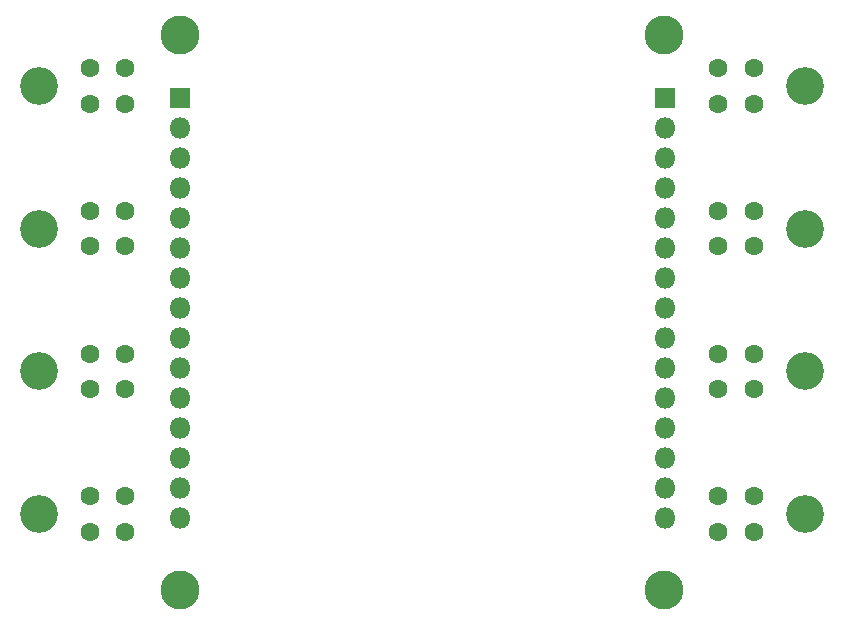
<source format=gbs>
%TF.GenerationSoftware,KiCad,Pcbnew,5.1.5+dfsg1-2build2*%
%TF.CreationDate,2021-01-07T13:01:17+01:00*%
%TF.ProjectId,LoadCellConnectionBoard,4c6f6164-4365-46c6-9c43-6f6e6e656374,rev?*%
%TF.SameCoordinates,Original*%
%TF.FileFunction,Soldermask,Bot*%
%TF.FilePolarity,Negative*%
%FSLAX46Y46*%
G04 Gerber Fmt 4.6, Leading zero omitted, Abs format (unit mm)*
G04 Created by KiCad (PCBNEW 5.1.5+dfsg1-2build2) date 2021-01-07 13:01:17*
%MOMM*%
%LPD*%
G04 APERTURE LIST*
%ADD10C,3.300000*%
%ADD11C,1.600000*%
%ADD12C,3.200000*%
%ADD13O,1.800000X1.800000*%
%ADD14R,1.800000X1.800000*%
G04 APERTURE END LIST*
D10*
X126500000Y-124500000D03*
X126500000Y-77500000D03*
X167500000Y-77500000D03*
X167500000Y-124500000D03*
D11*
X121909000Y-83360200D03*
X118909000Y-83360200D03*
X121909000Y-80360200D03*
X118909000Y-80360200D03*
D12*
X114589000Y-81860200D03*
X114589000Y-93937900D03*
D11*
X118909000Y-92437900D03*
X121909000Y-92437900D03*
X118909000Y-95437900D03*
X121909000Y-95437900D03*
X121909000Y-107515600D03*
X118909000Y-107515600D03*
X121909000Y-104515600D03*
X118909000Y-104515600D03*
D12*
X114589000Y-106015600D03*
X114589000Y-118093300D03*
D11*
X118909000Y-116593300D03*
X121909000Y-116593300D03*
X118909000Y-119593300D03*
X121909000Y-119593300D03*
X172100640Y-80360200D03*
X175100640Y-80360200D03*
X172100640Y-83360200D03*
X175100640Y-83360200D03*
D12*
X179420640Y-81860200D03*
X179420640Y-93937900D03*
D11*
X175100640Y-95437900D03*
X172100640Y-95437900D03*
X175100640Y-92437900D03*
X172100640Y-92437900D03*
X172100640Y-104515600D03*
X175100640Y-104515600D03*
X172100640Y-107515600D03*
X175100640Y-107515600D03*
D12*
X179420640Y-106015600D03*
X179420640Y-118093300D03*
D11*
X175100640Y-119593300D03*
X172100640Y-119593300D03*
X175100640Y-116593300D03*
X172100640Y-116593300D03*
D13*
X126509560Y-118415120D03*
X126509560Y-115875120D03*
X126509560Y-113335120D03*
X126509560Y-110795120D03*
X126509560Y-108255120D03*
X126509560Y-105715120D03*
X126509560Y-103175120D03*
X126509560Y-100635120D03*
X126509560Y-98095120D03*
X126509560Y-95555120D03*
X126509560Y-93015120D03*
X126509560Y-90475120D03*
X126509560Y-87935120D03*
X126509560Y-85395120D03*
D14*
X126509560Y-82855120D03*
X167550880Y-82870360D03*
D13*
X167550880Y-85410360D03*
X167550880Y-87950360D03*
X167550880Y-90490360D03*
X167550880Y-93030360D03*
X167550880Y-95570360D03*
X167550880Y-98110360D03*
X167550880Y-100650360D03*
X167550880Y-103190360D03*
X167550880Y-105730360D03*
X167550880Y-108270360D03*
X167550880Y-110810360D03*
X167550880Y-113350360D03*
X167550880Y-115890360D03*
X167550880Y-118430360D03*
M02*

</source>
